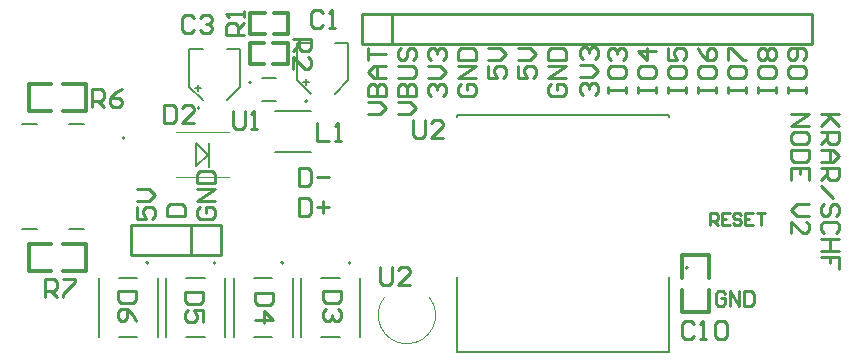
<source format=gbr>
%TF.GenerationSoftware,Altium Limited,Altium Designer,24.0.1 (36)*%
G04 Layer_Color=65535*
%FSLAX45Y45*%
%MOMM*%
%TF.SameCoordinates,0E29F696-F137-483D-8A73-7D746D5A856F*%
%TF.FilePolarity,Positive*%
%TF.FileFunction,Legend,Top*%
%TF.Part,Single*%
G01*
G75*
%TA.AperFunction,NonConductor*%
%ADD38C,0.20000*%
%ADD39C,0.12000*%
%ADD40C,0.12700*%
%ADD41C,0.25400*%
%ADD42C,0.30480*%
%ADD43C,0.10160*%
%ADD44C,0.20320*%
D38*
X5632000Y726000D02*
G03*
X5632000Y726000I-10000J0D01*
G01*
X1061500Y767880D02*
G03*
X1061500Y767880I-10000J0D01*
G01*
X2204500D02*
G03*
X2204500Y767880I-10000J0D01*
G01*
X1633000D02*
G03*
X1633000Y767880I-10000J0D01*
G01*
X2776000D02*
G03*
X2776000Y767880I-10000J0D01*
G01*
X1932800Y2295200D02*
G03*
X1932800Y2295200I-10000J0D01*
G01*
X2410300Y2136400D02*
G03*
X2410300Y2136400I-10000J0D01*
G01*
X1495900Y2080000D02*
G03*
X1495900Y2080000I-10000J0D01*
G01*
X860000Y1825000D02*
G03*
X860000Y1825000I-10000J0D01*
G01*
X390000Y1053000D02*
X515000D01*
X390000Y1947000D02*
X515000D01*
X-10000Y1053000D02*
X118000D01*
X-10000Y1947000D02*
X118000D01*
D39*
X3062536Y478570D02*
G03*
X3441108Y477024I188664J-153120D01*
G01*
D40*
X3672000Y16000D02*
X5472000D01*
X3672000D02*
Y649000D01*
Y2016000D02*
X5472000D01*
Y16000D02*
Y649000D01*
X3672000Y2003000D02*
Y2016000D01*
X5472000Y2003000D02*
Y2016000D01*
X641500Y142880D02*
Y642880D01*
X1141500Y142880D02*
Y642880D01*
X812850D02*
X970150D01*
X812850Y142880D02*
X970150D01*
X1955850D02*
X2113150D01*
X1955850Y642880D02*
X2113150D01*
X2284500Y142880D02*
Y642880D01*
X1784500Y142880D02*
Y642880D01*
X1213000Y142880D02*
Y642880D01*
X1713000Y142880D02*
Y642880D01*
X1384350D02*
X1541650D01*
X1384350Y142880D02*
X1541650D01*
X2527350D02*
X2684650D01*
X2527350Y642880D02*
X2684650D01*
X2856000Y142880D02*
Y642880D01*
X2356000Y142880D02*
Y642880D01*
X2136000Y2049600D02*
X2436000D01*
X2136000Y1709600D02*
X2436000D01*
X2022800Y2332700D02*
X2142800D01*
X2022800Y2137700D02*
X2142800D01*
X2400300Y2276100D02*
Y2326900D01*
X2374900Y2301500D02*
X2425700D01*
X2642500Y2630800D02*
X2755000D01*
X2325000D02*
X2437500D01*
X2755000Y2315800D02*
Y2630800D01*
X2640000Y2200800D02*
X2755000Y2315800D01*
X2325000Y2313300D02*
Y2630800D01*
Y2313300D02*
X2438750Y2199550D01*
X1410600Y2256900D02*
X1524350Y2143150D01*
X1410600Y2256900D02*
Y2574400D01*
X1725600Y2144400D02*
X1840600Y2259400D01*
Y2574400D01*
X1410600D02*
X1523100D01*
X1728100D02*
X1840600D01*
X1460500Y2245100D02*
X1511300D01*
X1485900Y2219700D02*
Y2270500D01*
D41*
X3127000Y2623000D02*
Y2877000D01*
X2873000Y2623000D02*
Y2877000D01*
Y2877000D02*
X6683000Y2877000D01*
Y2686500D02*
Y2813500D01*
X2873000Y2623000D02*
X6683000Y2623000D01*
Y2686500D01*
Y2813500D02*
Y2877000D01*
X914400Y1092200D02*
X1676400D01*
X914400Y838200D02*
Y1092200D01*
Y838200D02*
X1676400D01*
Y1092200D01*
X1422400Y838200D02*
Y1092200D01*
X5715049Y2209800D02*
Y2260583D01*
Y2235192D01*
X5867400D01*
Y2209800D01*
Y2260583D01*
X5715049Y2412934D02*
Y2362151D01*
X5740441Y2336759D01*
X5842008D01*
X5867400Y2362151D01*
Y2412934D01*
X5842008Y2438326D01*
X5740441D01*
X5715049Y2412934D01*
Y2590677D02*
X5740441Y2539893D01*
X5791225Y2489110D01*
X5842008D01*
X5867400Y2514501D01*
Y2565285D01*
X5842008Y2590677D01*
X5816617D01*
X5791225Y2565285D01*
Y2489110D01*
X6477049Y2209800D02*
Y2260583D01*
Y2235192D01*
X6629400D01*
Y2209800D01*
Y2260583D01*
X6477049Y2412934D02*
Y2362151D01*
X6502441Y2336759D01*
X6604008D01*
X6629400Y2362151D01*
Y2412934D01*
X6604008Y2438326D01*
X6502441D01*
X6477049Y2412934D01*
X6604008Y2489110D02*
X6629400Y2514501D01*
Y2565285D01*
X6604008Y2590677D01*
X6502441D01*
X6477049Y2565285D01*
Y2514501D01*
X6502441Y2489110D01*
X6527833D01*
X6553225Y2514501D01*
Y2590677D01*
X6223049Y2209800D02*
Y2260583D01*
Y2235192D01*
X6375400D01*
Y2209800D01*
Y2260583D01*
X6223049Y2412934D02*
Y2362151D01*
X6248441Y2336759D01*
X6350008D01*
X6375400Y2362151D01*
Y2412934D01*
X6350008Y2438326D01*
X6248441D01*
X6223049Y2412934D01*
X6248441Y2489110D02*
X6223049Y2514501D01*
Y2565285D01*
X6248441Y2590677D01*
X6273833D01*
X6299225Y2565285D01*
X6324617Y2590677D01*
X6350008D01*
X6375400Y2565285D01*
Y2514501D01*
X6350008Y2489110D01*
X6324617D01*
X6299225Y2514501D01*
X6273833Y2489110D01*
X6248441D01*
X6299225Y2514501D02*
Y2565285D01*
X5969049Y2209800D02*
Y2260583D01*
Y2235192D01*
X6121400D01*
Y2209800D01*
Y2260583D01*
X5969049Y2412934D02*
Y2362151D01*
X5994441Y2336759D01*
X6096008D01*
X6121400Y2362151D01*
Y2412934D01*
X6096008Y2438326D01*
X5994441D01*
X5969049Y2412934D01*
Y2489110D02*
Y2590677D01*
X5994441D01*
X6096008Y2489110D01*
X6121400D01*
X5461049Y2209800D02*
Y2260583D01*
Y2235192D01*
X5613400D01*
Y2209800D01*
Y2260583D01*
X5461049Y2412934D02*
Y2362151D01*
X5486441Y2336759D01*
X5588008D01*
X5613400Y2362151D01*
Y2412934D01*
X5588008Y2438326D01*
X5486441D01*
X5461049Y2412934D01*
Y2590677D02*
Y2489110D01*
X5537225D01*
X5511833Y2539893D01*
Y2565285D01*
X5537225Y2590677D01*
X5588008D01*
X5613400Y2565285D01*
Y2514501D01*
X5588008Y2489110D01*
X5207049Y2209800D02*
Y2260583D01*
Y2235192D01*
X5359400D01*
Y2209800D01*
Y2260583D01*
X5207049Y2412934D02*
Y2362151D01*
X5232441Y2336759D01*
X5334008D01*
X5359400Y2362151D01*
Y2412934D01*
X5334008Y2438326D01*
X5232441D01*
X5207049Y2412934D01*
X5359400Y2565285D02*
X5207049D01*
X5283225Y2489110D01*
Y2590677D01*
X4953049Y2209800D02*
Y2260583D01*
Y2235192D01*
X5105400D01*
Y2209800D01*
Y2260583D01*
X4953049Y2412934D02*
Y2362151D01*
X4978441Y2336759D01*
X5080008D01*
X5105400Y2362151D01*
Y2412934D01*
X5080008Y2438326D01*
X4978441D01*
X4953049Y2412934D01*
X4978441Y2489110D02*
X4953049Y2514501D01*
Y2565285D01*
X4978441Y2590677D01*
X5003833D01*
X5029225Y2565285D01*
Y2539893D01*
Y2565285D01*
X5054617Y2590677D01*
X5080008D01*
X5105400Y2565285D01*
Y2514501D01*
X5080008Y2489110D01*
X2921049Y2032000D02*
X3022617D01*
X3073400Y2082783D01*
X3022617Y2133567D01*
X2921049D01*
Y2184351D02*
X3073400D01*
Y2260526D01*
X3048008Y2285918D01*
X3022617D01*
X2997225Y2260526D01*
Y2184351D01*
Y2260526D01*
X2971833Y2285918D01*
X2946441D01*
X2921049Y2260526D01*
Y2184351D01*
X3073400Y2336701D02*
X2971833D01*
X2921049Y2387485D01*
X2971833Y2438269D01*
X3073400D01*
X2997225D01*
Y2336701D01*
X2921049Y2489052D02*
Y2590619D01*
Y2539836D01*
X3073400D01*
X3175049Y2032000D02*
X3276617D01*
X3327400Y2082783D01*
X3276617Y2133567D01*
X3175049D01*
Y2184351D02*
X3327400D01*
Y2260526D01*
X3302008Y2285918D01*
X3276617D01*
X3251225Y2260526D01*
Y2184351D01*
Y2260526D01*
X3225833Y2285918D01*
X3200441D01*
X3175049Y2260526D01*
Y2184351D01*
Y2336701D02*
X3302008D01*
X3327400Y2362093D01*
Y2412877D01*
X3302008Y2438269D01*
X3175049D01*
X3200441Y2590619D02*
X3175049Y2565228D01*
Y2514444D01*
X3200441Y2489052D01*
X3225833D01*
X3251225Y2514444D01*
Y2565228D01*
X3276617Y2590619D01*
X3302008D01*
X3327400Y2565228D01*
Y2514444D01*
X3302008Y2489052D01*
X4738530Y2186825D02*
X4713138Y2212217D01*
Y2263001D01*
X4738530Y2288392D01*
X4763921D01*
X4789313Y2263001D01*
Y2237609D01*
Y2263001D01*
X4814705Y2288392D01*
X4840097D01*
X4865489Y2263001D01*
Y2212217D01*
X4840097Y2186825D01*
X4713138Y2339176D02*
X4814705D01*
X4865489Y2389959D01*
X4814705Y2440743D01*
X4713138D01*
X4738530Y2491527D02*
X4713138Y2516919D01*
Y2567702D01*
X4738530Y2593094D01*
X4763921D01*
X4789313Y2567702D01*
Y2542310D01*
Y2567702D01*
X4814705Y2593094D01*
X4840097D01*
X4865489Y2567702D01*
Y2516919D01*
X4840097Y2491527D01*
X3454441Y2184400D02*
X3429049Y2209792D01*
Y2260575D01*
X3454441Y2285967D01*
X3479833D01*
X3505225Y2260575D01*
Y2235183D01*
Y2260575D01*
X3530617Y2285967D01*
X3556008D01*
X3581400Y2260575D01*
Y2209792D01*
X3556008Y2184400D01*
X3429049Y2336751D02*
X3530617D01*
X3581400Y2387534D01*
X3530617Y2438318D01*
X3429049D01*
X3454441Y2489101D02*
X3429049Y2514493D01*
Y2565277D01*
X3454441Y2590669D01*
X3479833D01*
X3505225Y2565277D01*
Y2539885D01*
Y2565277D01*
X3530617Y2590669D01*
X3556008D01*
X3581400Y2565277D01*
Y2514493D01*
X3556008Y2489101D01*
X4191049Y2438367D02*
Y2336800D01*
X4267225D01*
X4241833Y2387583D01*
Y2412975D01*
X4267225Y2438367D01*
X4318008D01*
X4343400Y2412975D01*
Y2362192D01*
X4318008Y2336800D01*
X4191049Y2489151D02*
X4292617D01*
X4343400Y2539934D01*
X4292617Y2590718D01*
X4191049D01*
X3937049Y2438367D02*
Y2336800D01*
X4013225D01*
X3987833Y2387583D01*
Y2412975D01*
X4013225Y2438367D01*
X4064008D01*
X4089400Y2412975D01*
Y2362192D01*
X4064008Y2336800D01*
X3937049Y2489151D02*
X4038617D01*
X4089400Y2539934D01*
X4038617Y2590718D01*
X3937049D01*
X4470441Y2285967D02*
X4445049Y2260575D01*
Y2209792D01*
X4470441Y2184400D01*
X4572008D01*
X4597400Y2209792D01*
Y2260575D01*
X4572008Y2285967D01*
X4521225D01*
Y2235183D01*
X4597400Y2336751D02*
X4445049D01*
X4597400Y2438318D01*
X4445049D01*
Y2489101D02*
X4597400D01*
Y2565277D01*
X4572008Y2590669D01*
X4470441D01*
X4445049Y2565277D01*
Y2489101D01*
X3708441Y2285967D02*
X3683049Y2260575D01*
Y2209792D01*
X3708441Y2184400D01*
X3810008D01*
X3835400Y2209792D01*
Y2260575D01*
X3810008Y2285967D01*
X3759225D01*
Y2235183D01*
X3835400Y2336751D02*
X3683049D01*
X3835400Y2438318D01*
X3683049D01*
Y2489101D02*
X3835400D01*
Y2565277D01*
X3810008Y2590669D01*
X3708441D01*
X3683049Y2565277D01*
Y2489101D01*
X965249Y1244567D02*
Y1143000D01*
X1041425D01*
X1016033Y1193783D01*
Y1219175D01*
X1041425Y1244567D01*
X1092208D01*
X1117600Y1219175D01*
Y1168392D01*
X1092208Y1143000D01*
X965249Y1295351D02*
X1066817D01*
X1117600Y1346134D01*
X1066817Y1396918D01*
X965249D01*
X1219249Y1168400D02*
X1371600D01*
Y1244575D01*
X1346208Y1269967D01*
X1244641D01*
X1219249Y1244575D01*
Y1168400D01*
X1498641Y1244567D02*
X1473249Y1219175D01*
Y1168392D01*
X1498641Y1143000D01*
X1600208D01*
X1625600Y1168392D01*
Y1219175D01*
X1600208Y1244567D01*
X1549425D01*
Y1193783D01*
X1625600Y1295351D02*
X1473249D01*
X1625600Y1396918D01*
X1473249D01*
Y1447701D02*
X1625600D01*
Y1523877D01*
X1600208Y1549269D01*
X1498641D01*
X1473249Y1523877D01*
Y1447701D01*
X2336800Y1574751D02*
Y1422400D01*
X2412975D01*
X2438367Y1447792D01*
Y1549359D01*
X2412975Y1574751D01*
X2336800D01*
X2489151Y1498575D02*
X2590718D01*
X2336800Y1320751D02*
Y1168400D01*
X2412975D01*
X2438367Y1193792D01*
Y1295359D01*
X2412975Y1320751D01*
X2336800D01*
X2489151Y1244575D02*
X2590718D01*
X2539934Y1295359D02*
Y1193792D01*
X6502400Y2032000D02*
X6654751D01*
X6502400Y1930433D01*
X6654751D01*
Y1803474D02*
Y1854257D01*
X6629359Y1879649D01*
X6527792D01*
X6502400Y1854257D01*
Y1803474D01*
X6527792Y1778082D01*
X6629359D01*
X6654751Y1803474D01*
Y1727299D02*
X6502400D01*
Y1651123D01*
X6527792Y1625731D01*
X6629359D01*
X6654751Y1651123D01*
Y1727299D01*
Y1473381D02*
Y1574948D01*
X6502400D01*
Y1473381D01*
X6578575Y1574948D02*
Y1524164D01*
X6654751Y1270246D02*
X6553183D01*
X6502400Y1219463D01*
X6553183Y1168679D01*
X6654751D01*
X6502400Y1016328D02*
Y1117896D01*
X6603967Y1016328D01*
X6629359D01*
X6654751Y1041720D01*
Y1092504D01*
X6629359Y1117896D01*
X6908751Y2032000D02*
X6756400D01*
X6807183D01*
X6908751Y1930433D01*
X6832575Y2006608D01*
X6756400Y1930433D01*
Y1879649D02*
X6908751D01*
Y1803474D01*
X6883359Y1778082D01*
X6832575D01*
X6807183Y1803474D01*
Y1879649D01*
Y1828866D02*
X6756400Y1778082D01*
Y1727299D02*
X6857967D01*
X6908751Y1676515D01*
X6857967Y1625731D01*
X6756400D01*
X6832575D01*
Y1727299D01*
X6756400Y1574948D02*
X6908751D01*
Y1498772D01*
X6883359Y1473381D01*
X6832575D01*
X6807183Y1498772D01*
Y1574948D01*
Y1524164D02*
X6756400Y1473381D01*
Y1422597D02*
X6857967Y1321030D01*
X6883359Y1168679D02*
X6908751Y1194071D01*
Y1244855D01*
X6883359Y1270246D01*
X6857967D01*
X6832575Y1244855D01*
Y1194071D01*
X6807183Y1168679D01*
X6781792D01*
X6756400Y1194071D01*
Y1244855D01*
X6781792Y1270246D01*
X6883359Y1016328D02*
X6908751Y1041720D01*
Y1092504D01*
X6883359Y1117896D01*
X6781792D01*
X6756400Y1092504D01*
Y1041720D01*
X6781792Y1016328D01*
X6908751Y965545D02*
X6756400D01*
X6832575D01*
Y863978D01*
X6908751D01*
X6756400D01*
X6908751Y711627D02*
Y813194D01*
X6832575D01*
Y762411D01*
Y813194D01*
X6756400D01*
X5947374Y506368D02*
X5927381Y526361D01*
X5887394D01*
X5867400Y506368D01*
Y426394D01*
X5887394Y406400D01*
X5927381D01*
X5947374Y426394D01*
Y466381D01*
X5907387D01*
X5987361Y406400D02*
Y526361D01*
X6067335Y406400D01*
Y526361D01*
X6107322D02*
Y406400D01*
X6167303D01*
X6187296Y426394D01*
Y506368D01*
X6167303Y526361D01*
X6107322D01*
X5816600Y1092200D02*
Y1192168D01*
X5866584D01*
X5883245Y1175506D01*
Y1142184D01*
X5866584Y1125523D01*
X5816600D01*
X5849923D02*
X5883245Y1092200D01*
X5983213Y1192168D02*
X5916568D01*
Y1092200D01*
X5983213D01*
X5916568Y1142184D02*
X5949890D01*
X6083181Y1175506D02*
X6066519Y1192168D01*
X6033197D01*
X6016536Y1175506D01*
Y1158845D01*
X6033197Y1142184D01*
X6066519D01*
X6083181Y1125523D01*
Y1108861D01*
X6066519Y1092200D01*
X6033197D01*
X6016536Y1108861D01*
X6183148Y1192168D02*
X6116503D01*
Y1092200D01*
X6183148D01*
X6116503Y1142184D02*
X6149826D01*
X6216471Y1192168D02*
X6283116D01*
X6249794D01*
Y1092200D01*
X3302041Y1981175D02*
Y1854217D01*
X3327433Y1828825D01*
X3378217D01*
X3403608Y1854217D01*
Y1981175D01*
X3555959Y1828825D02*
X3454392D01*
X3555959Y1930392D01*
Y1955783D01*
X3530567Y1981175D01*
X3479784D01*
X3454392Y1955783D01*
X957676Y533339D02*
X805325D01*
Y457163D01*
X830717Y431771D01*
X932284D01*
X957676Y457163D01*
Y533339D01*
Y279421D02*
X932284Y330204D01*
X881500Y380988D01*
X830717D01*
X805325Y355596D01*
Y304812D01*
X830717Y279421D01*
X856108D01*
X881500Y304812D01*
Y380988D01*
X1196360Y2108271D02*
Y1955920D01*
X1272535D01*
X1297927Y1981312D01*
Y2082879D01*
X1272535Y2108271D01*
X1196360D01*
X1450278Y1955920D02*
X1348711D01*
X1450278Y2057487D01*
Y2082879D01*
X1424886Y2108271D01*
X1374103D01*
X1348711Y2082879D01*
X1778033Y2057375D02*
Y1930417D01*
X1803425Y1905025D01*
X1854208D01*
X1879600Y1930417D01*
Y2057375D01*
X1930384Y1905025D02*
X1981167D01*
X1955776D01*
Y2057375D01*
X1930384Y2031983D01*
X3027700Y729051D02*
Y602092D01*
X3053092Y576700D01*
X3103875D01*
X3129267Y602092D01*
Y729051D01*
X3281618Y576700D02*
X3180051D01*
X3281618Y678267D01*
Y703659D01*
X3256226Y729051D01*
X3205443D01*
X3180051Y703659D01*
X2286025Y2666959D02*
X2438375D01*
Y2590783D01*
X2412983Y2565392D01*
X2362200D01*
X2336808Y2590783D01*
Y2666959D01*
Y2616175D02*
X2286025Y2565392D01*
Y2413041D02*
Y2514608D01*
X2387592Y2413041D01*
X2412983D01*
X2438375Y2438433D01*
Y2489216D01*
X2412983Y2514608D01*
X1874495Y2700053D02*
X1722145D01*
Y2776228D01*
X1747537Y2801620D01*
X1798320D01*
X1823712Y2776228D01*
Y2700053D01*
Y2750837D02*
X1874495Y2801620D01*
Y2852404D02*
Y2903187D01*
Y2877796D01*
X1722145D01*
X1747537Y2852404D01*
X2489233Y1955775D02*
Y1803425D01*
X2590800D01*
X2641584D02*
X2692367D01*
X2666976D01*
Y1955775D01*
X2641584Y1930383D01*
X5679469Y246363D02*
X5654077Y271755D01*
X5603294D01*
X5577902Y246363D01*
Y144797D01*
X5603294Y119405D01*
X5654077D01*
X5679469Y144797D01*
X5730252Y119405D02*
X5781036D01*
X5755644D01*
Y271755D01*
X5730252Y246363D01*
X5857211D02*
X5882603Y271755D01*
X5933387D01*
X5958779Y246363D01*
Y144797D01*
X5933387Y119405D01*
X5882603D01*
X5857211Y144797D01*
Y246363D01*
X190541Y482625D02*
Y634975D01*
X266717D01*
X292108Y609583D01*
Y558800D01*
X266717Y533408D01*
X190541D01*
X241325D02*
X292108Y482625D01*
X342892Y634975D02*
X444459D01*
Y609583D01*
X342892Y508017D01*
Y482625D01*
X581701Y2090445D02*
Y2242795D01*
X657877D01*
X683268Y2217403D01*
Y2166620D01*
X657877Y2141228D01*
X581701D01*
X632485D02*
X683268Y2090445D01*
X835619Y2242795D02*
X784835Y2217403D01*
X734052Y2166620D01*
Y2115837D01*
X759444Y2090445D01*
X810227D01*
X835619Y2115837D01*
Y2141228D01*
X810227Y2166620D01*
X734052D01*
X1529175Y519839D02*
X1376825D01*
Y443663D01*
X1402216Y418271D01*
X1503783D01*
X1529175Y443663D01*
Y519839D01*
Y265921D02*
Y367488D01*
X1453000D01*
X1478392Y316704D01*
Y291313D01*
X1453000Y265921D01*
X1402216D01*
X1376825Y291313D01*
Y342096D01*
X1402216Y367488D01*
X2120875Y513039D02*
X1968525D01*
Y436863D01*
X1993917Y411472D01*
X2095483D01*
X2120875Y436863D01*
Y513039D01*
X1968525Y284513D02*
X2120875D01*
X2044700Y360688D01*
Y259121D01*
X2692375Y525739D02*
X2540025D01*
Y449563D01*
X2565417Y424172D01*
X2666983D01*
X2692375Y449563D01*
Y525739D01*
X2666983Y373388D02*
X2692375Y347996D01*
Y297213D01*
X2666983Y271821D01*
X2641592D01*
X2616200Y297213D01*
Y322605D01*
Y297213D01*
X2590808Y271821D01*
X2565417D01*
X2540025Y297213D01*
Y347996D01*
X2565417Y373388D01*
X1447808Y2844783D02*
X1422417Y2870175D01*
X1371633D01*
X1346241Y2844783D01*
Y2743217D01*
X1371633Y2717825D01*
X1422417D01*
X1447808Y2743217D01*
X1498592Y2844783D02*
X1523984Y2870175D01*
X1574767D01*
X1600159Y2844783D01*
Y2819392D01*
X1574767Y2794000D01*
X1549375D01*
X1574767D01*
X1600159Y2768608D01*
Y2743217D01*
X1574767Y2717825D01*
X1523984D01*
X1498592Y2743217D01*
X2542540Y2882883D02*
X2517148Y2908275D01*
X2466365D01*
X2440973Y2882883D01*
Y2781317D01*
X2466365Y2755925D01*
X2517148D01*
X2542540Y2781317D01*
X2593324Y2755925D02*
X2644107D01*
X2618716D01*
Y2908275D01*
X2593324Y2882883D01*
D42*
X5582920Y350520D02*
X5811520D01*
X5582920Y833120D02*
X5811520D01*
Y350520D02*
Y541020D01*
X5582920Y350520D02*
Y541020D01*
Y642620D02*
Y833120D01*
X5811520Y642620D02*
Y833120D01*
X1924050Y2628900D02*
X2038350D01*
X1924050Y2451100D02*
X2038350D01*
X2114550D02*
X2241550D01*
X2114550Y2628900D02*
X2241550D01*
X1924050Y2451100D02*
Y2628900D01*
X2241550Y2451100D02*
Y2628900D01*
X2127250Y2705100D02*
X2241550D01*
X2127250Y2882900D02*
X2241550D01*
X1924050D02*
X2051050D01*
X1924050Y2705100D02*
X2051050D01*
X2241550D02*
Y2882900D01*
X1924050Y2705100D02*
Y2882900D01*
X530860Y2052320D02*
Y2280920D01*
X48260Y2052320D02*
Y2280920D01*
X340360D02*
X530860D01*
X340360Y2052320D02*
X530860D01*
X48260D02*
X238760D01*
X48260Y2280920D02*
X238760D01*
X533400Y698500D02*
Y927100D01*
X50800Y698500D02*
Y927100D01*
X342900D02*
X533400D01*
X342900Y698500D02*
X533400D01*
X50800D02*
X241300D01*
X50800Y927100D02*
X241300D01*
D43*
X1294420Y1493520D02*
X1746540D01*
X1294420Y1874520D02*
X1746540D01*
D44*
X1468980Y1584020D02*
X1571280Y1684020D01*
X1468980Y1784020D02*
X1571280Y1684020D01*
X1468980Y1584020D02*
Y1784020D01*
X1577180Y1582420D02*
Y1785620D01*
%TF.MD5,6934821289f0b2f6d6ed5c419a769da1*%
M02*

</source>
